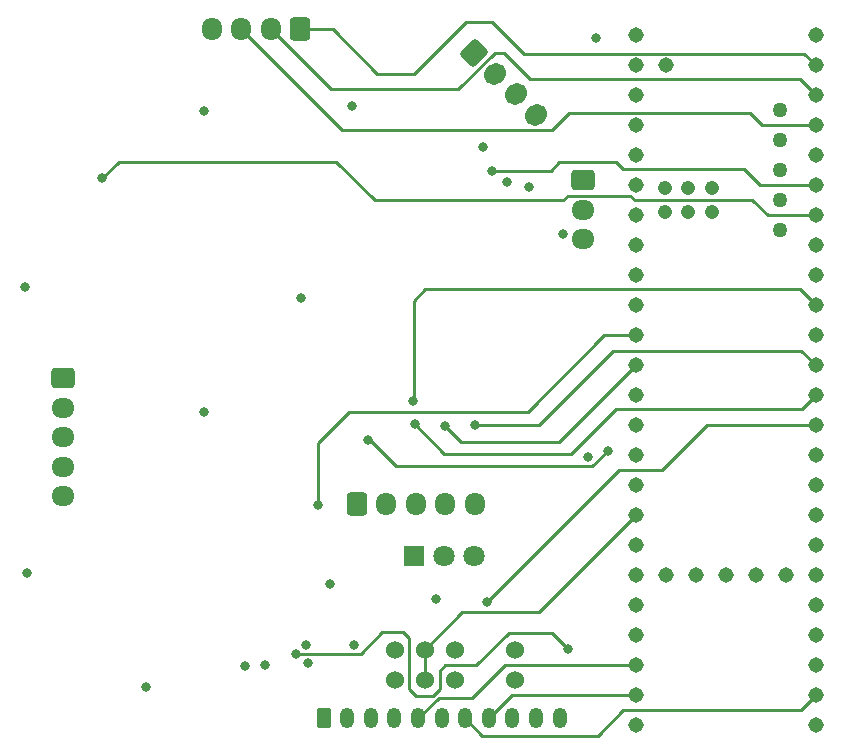
<source format=gbr>
%TF.GenerationSoftware,KiCad,Pcbnew,(5.99.0-12548-gc9aebb8529)*%
%TF.CreationDate,2021-09-28T22:04:13-04:00*%
%TF.ProjectId,TeensyWheel,5465656e-7379-4576-9865-656c2e6b6963,rev?*%
%TF.SameCoordinates,Original*%
%TF.FileFunction,Copper,L3,Inr*%
%TF.FilePolarity,Positive*%
%FSLAX46Y46*%
G04 Gerber Fmt 4.6, Leading zero omitted, Abs format (unit mm)*
G04 Created by KiCad (PCBNEW (5.99.0-12548-gc9aebb8529)) date 2021-09-28 22:04:13*
%MOMM*%
%LPD*%
G01*
G04 APERTURE LIST*
G04 Aperture macros list*
%AMRoundRect*
0 Rectangle with rounded corners*
0 $1 Rounding radius*
0 $2 $3 $4 $5 $6 $7 $8 $9 X,Y pos of 4 corners*
0 Add a 4 corners polygon primitive as box body*
4,1,4,$2,$3,$4,$5,$6,$7,$8,$9,$2,$3,0*
0 Add four circle primitives for the rounded corners*
1,1,$1+$1,$2,$3*
1,1,$1+$1,$4,$5*
1,1,$1+$1,$6,$7*
1,1,$1+$1,$8,$9*
0 Add four rect primitives between the rounded corners*
20,1,$1+$1,$2,$3,$4,$5,0*
20,1,$1+$1,$4,$5,$6,$7,0*
20,1,$1+$1,$6,$7,$8,$9,0*
20,1,$1+$1,$8,$9,$2,$3,0*%
%AMHorizOval*
0 Thick line with rounded ends*
0 $1 width*
0 $2 $3 position (X,Y) of the first rounded end (center of the circle)*
0 $4 $5 position (X,Y) of the second rounded end (center of the circle)*
0 Add line between two ends*
20,1,$1,$2,$3,$4,$5,0*
0 Add two circle primitives to create the rounded ends*
1,1,$1,$2,$3*
1,1,$1,$4,$5*%
G04 Aperture macros list end*
%TA.AperFunction,ComponentPad*%
%ADD10R,1.800000X1.800000*%
%TD*%
%TA.AperFunction,ComponentPad*%
%ADD11C,1.800000*%
%TD*%
%TA.AperFunction,ComponentPad*%
%ADD12C,1.524000*%
%TD*%
%TA.AperFunction,ComponentPad*%
%ADD13RoundRect,0.250000X-0.600000X-0.725000X0.600000X-0.725000X0.600000X0.725000X-0.600000X0.725000X0*%
%TD*%
%TA.AperFunction,ComponentPad*%
%ADD14O,1.700000X1.950000*%
%TD*%
%TA.AperFunction,ComponentPad*%
%ADD15RoundRect,0.250000X-0.936916X-0.088388X-0.088388X-0.936916X0.936916X0.088388X0.088388X0.936916X0*%
%TD*%
%TA.AperFunction,ComponentPad*%
%ADD16HorizOval,1.700000X-0.088388X-0.088388X0.088388X0.088388X0*%
%TD*%
%TA.AperFunction,ComponentPad*%
%ADD17RoundRect,0.250000X-0.350000X-0.625000X0.350000X-0.625000X0.350000X0.625000X-0.350000X0.625000X0*%
%TD*%
%TA.AperFunction,ComponentPad*%
%ADD18O,1.200000X1.750000*%
%TD*%
%TA.AperFunction,ComponentPad*%
%ADD19RoundRect,0.250000X0.600000X0.725000X-0.600000X0.725000X-0.600000X-0.725000X0.600000X-0.725000X0*%
%TD*%
%TA.AperFunction,ComponentPad*%
%ADD20C,1.308000*%
%TD*%
%TA.AperFunction,ComponentPad*%
%ADD21C,1.258000*%
%TD*%
%TA.AperFunction,ComponentPad*%
%ADD22C,1.208000*%
%TD*%
%TA.AperFunction,ComponentPad*%
%ADD23RoundRect,0.250000X-0.725000X0.600000X-0.725000X-0.600000X0.725000X-0.600000X0.725000X0.600000X0*%
%TD*%
%TA.AperFunction,ComponentPad*%
%ADD24O,1.950000X1.700000*%
%TD*%
%TA.AperFunction,ViaPad*%
%ADD25C,0.800000*%
%TD*%
%TA.AperFunction,Conductor*%
%ADD26C,0.250000*%
%TD*%
G04 APERTURE END LIST*
D10*
%TO.N,Net-(D1-Pad1)*%
%TO.C,D1*%
X84930000Y-145220000D03*
D11*
%TO.N,+3V3*%
X87470000Y-145220000D03*
%TO.N,Net-(D1-Pad3)*%
X90010000Y-145220000D03*
%TD*%
D12*
%TO.N,/SENSE_LOW*%
%TO.C,SW5*%
X83290000Y-155710000D03*
%TO.N,/SENSE_MED*%
X85830000Y-155710000D03*
%TO.N,GND*%
X88370000Y-155710000D03*
%TO.N,/SENSE_HIGH*%
X93450000Y-155710000D03*
%TO.N,/SENSE_LOW*%
X83290000Y-153170000D03*
%TO.N,/SENSE_MED*%
X85830000Y-153170000D03*
%TO.N,GND*%
X88370000Y-153170000D03*
%TO.N,/SENSE_HIGH*%
X93450000Y-153170000D03*
%TD*%
D13*
%TO.N,+3V3*%
%TO.C,J5*%
X80080000Y-140820000D03*
D14*
%TO.N,Net-(J5-Pad2)*%
X82580000Y-140820000D03*
%TO.N,Net-(J5-Pad3)*%
X85080000Y-140820000D03*
%TO.N,Net-(J5-Pad4)*%
X87580000Y-140820000D03*
%TO.N,Net-(J5-Pad5)*%
X90080000Y-140820000D03*
%TD*%
D15*
%TO.N,/BRAKE*%
%TO.C,J2*%
X90006218Y-102570482D03*
D16*
%TO.N,+3.3VA*%
X91773985Y-104338249D03*
%TO.N,/ACCEL*%
X93541752Y-106106016D03*
%TO.N,GND*%
X95309519Y-107873783D03*
%TD*%
D17*
%TO.N,GND*%
%TO.C,J3*%
X77280000Y-158940000D03*
D18*
%TO.N,+5V*%
X79280000Y-158940000D03*
%TO.N,/VIB_1_T*%
X81280000Y-158940000D03*
%TO.N,/VIB_2_T*%
X83280000Y-158940000D03*
%TO.N,/PAD_R*%
X85280000Y-158940000D03*
%TO.N,/PAD_L*%
X87280000Y-158940000D03*
%TO.N,/BTN_3*%
X89280000Y-158940000D03*
%TO.N,/BTN_1*%
X91280000Y-158940000D03*
%TO.N,/BTN_2*%
X93280000Y-158940000D03*
%TO.N,/BTN_4*%
X95280000Y-158940000D03*
%TO.N,GND*%
X97280000Y-158940000D03*
%TD*%
D19*
%TO.N,/GEAR_DOWN*%
%TO.C,J6*%
X75330000Y-100600000D03*
D14*
%TO.N,/GEAR_UP*%
X72830000Y-100600000D03*
%TO.N,/GEAR_REV*%
X70330000Y-100600000D03*
%TO.N,GND*%
X67830000Y-100600000D03*
%TD*%
D20*
%TO.N,/GEAR_DOWN*%
%TO.C,U1*%
X118970000Y-103630000D03*
%TO.N,/GEAR_UP*%
X118970000Y-106170000D03*
%TO.N,/GEAR_REV*%
X118970000Y-108710000D03*
%TO.N,/BTN_12*%
X118970000Y-111250000D03*
%TO.N,+3V3*%
X118970000Y-136650000D03*
X103730000Y-106170000D03*
X113890000Y-146810000D03*
%TO.N,/BTN_8*%
X118970000Y-113790000D03*
%TO.N,/BTN_7*%
X118970000Y-116330000D03*
D21*
%TO.N,/VUSB*%
X115920000Y-107440000D03*
D20*
%TO.N,/BTN_6*%
X118970000Y-118870000D03*
%TO.N,/DP_UP*%
X118970000Y-121410000D03*
%TO.N,/DP_RIGHT*%
X118970000Y-123950000D03*
%TO.N,/BTN_MODE*%
X118970000Y-126490000D03*
%TO.N,/LED1*%
X118970000Y-129030000D03*
%TO.N,/LED3*%
X118970000Y-131570000D03*
%TO.N,/LEDG*%
X118970000Y-134110000D03*
%TO.N,/BTN_9*%
X103730000Y-134110000D03*
%TO.N,/LED4*%
X103730000Y-131570000D03*
%TO.N,/LED2*%
X103730000Y-129030000D03*
%TO.N,/DP_DOWN*%
X103730000Y-126490000D03*
%TO.N,/DP_LEFT*%
X103730000Y-123950000D03*
%TO.N,unconnected-(U1-Pad18)*%
X103730000Y-121410000D03*
%TO.N,/BTN_5*%
X103730000Y-118870000D03*
%TO.N,/WHEEL*%
X103730000Y-116330000D03*
%TO.N,/BTN_11*%
X103730000Y-113790000D03*
%TO.N,/ACCEL*%
X103730000Y-111250000D03*
%TO.N,/BRAKE*%
X103730000Y-108710000D03*
%TO.N,/SENSE_LOW*%
X118970000Y-139190000D03*
%TO.N,/SENSE_HIGH*%
X118970000Y-141730000D03*
%TO.N,unconnected-(U1-Pad26)*%
X118970000Y-144270000D03*
%TO.N,unconnected-(U1-Pad27)*%
X118970000Y-146810000D03*
%TO.N,unconnected-(U1-Pad28)*%
X118970000Y-149350000D03*
%TO.N,unconnected-(U1-Pad29)*%
X118970000Y-151890000D03*
%TO.N,/PAD_L*%
X118970000Y-154430000D03*
%TO.N,/BTN_3*%
X118970000Y-156970000D03*
%TO.N,/BTN_2*%
X118970000Y-159510000D03*
%TO.N,/BTN_4*%
X103730000Y-159510000D03*
%TO.N,/BTN_1*%
X103730000Y-156970000D03*
%TO.N,/PAD_R*%
X103730000Y-154430000D03*
%TO.N,/VIB_2*%
X103730000Y-151890000D03*
%TO.N,/VIB_1*%
X103730000Y-149350000D03*
%TO.N,unconnected-(U1-Pad38)*%
X103730000Y-146810000D03*
%TO.N,/BTN_10*%
X103730000Y-144270000D03*
%TO.N,/SENSE_MED*%
X103730000Y-141730000D03*
%TO.N,/LEDR*%
X103730000Y-139190000D03*
D21*
%TO.N,/USB_DP*%
X115920000Y-112520000D03*
%TO.N,/USB_DN*%
X115920000Y-109980000D03*
D20*
%TO.N,GND*%
X118970000Y-101090000D03*
X103730000Y-136650000D03*
X103730000Y-103630000D03*
X111350000Y-146810000D03*
D22*
X108180000Y-116060000D03*
%TO.N,unconnected-(U1-PadLED)*%
X108180000Y-114060000D03*
D20*
%TO.N,unconnected-(U1-PadON/OFF)*%
X106270000Y-146810000D03*
%TO.N,unconnected-(U1-PadPROGRAM)*%
X108810000Y-146810000D03*
D22*
%TO.N,unconnected-(U1-PadR+)*%
X106180000Y-114060000D03*
%TO.N,N/C*%
X106180000Y-116060000D03*
%TO.N,unconnected-(U1-PadT+)*%
X110180000Y-116060000D03*
%TO.N,N/C*%
X110180000Y-114060000D03*
D21*
%TO.N,GND*%
X115920000Y-115060000D03*
X115920000Y-117600000D03*
D20*
%TO.N,unconnected-(U1-PadVBAT)*%
X116430000Y-146810000D03*
%TO.N,+5V*%
X103730000Y-101090000D03*
%TO.N,unconnected-(U1-PadVUSB)*%
X106270000Y-103630000D03*
%TD*%
D23*
%TO.N,+3.3VA*%
%TO.C,J1*%
X99250000Y-113390000D03*
D24*
%TO.N,/WHEEL*%
X99250000Y-115890000D03*
%TO.N,GND*%
X99250000Y-118390000D03*
%TD*%
D23*
%TO.N,/VUSB*%
%TO.C,J4*%
X55220000Y-130130000D03*
D24*
%TO.N,/USB_DN*%
X55220000Y-132630000D03*
%TO.N,/USB_DP*%
X55220000Y-135130000D03*
%TO.N,GND*%
X55220000Y-137630000D03*
X55220000Y-140130000D03*
%TD*%
D25*
%TO.N,GND*%
X100330000Y-101330000D03*
X90791687Y-110586193D03*
X70640000Y-154477500D03*
X94700000Y-113910000D03*
X75943679Y-154208014D03*
X92817252Y-113504754D03*
X77850000Y-147600000D03*
X79894976Y-152755500D03*
X72320000Y-154457500D03*
%TO.N,/VIB_1_T*%
X75768464Y-152755500D03*
%TO.N,/LED4*%
X81082500Y-135377500D03*
X101370000Y-136270000D03*
%TO.N,/LED3*%
X85010000Y-134040000D03*
%TO.N,/LED2*%
X87570000Y-134160000D03*
%TO.N,/LED1*%
X90090000Y-134070000D03*
%TO.N,/LEDR*%
X86843553Y-148818955D03*
%TO.N,/LEDG*%
X91120000Y-149080000D03*
%TO.N,Net-(R8-Pad2)*%
X97980000Y-153060000D03*
X74920000Y-153480000D03*
%TO.N,/DP_UP*%
X75400000Y-123360000D03*
%TO.N,/DP_DOWN*%
X76810000Y-140910000D03*
%TO.N,/DP_LEFT*%
X67160000Y-132990000D03*
%TO.N,/DP_RIGHT*%
X84890000Y-132029500D03*
%TO.N,/BTN_5*%
X51990000Y-122400000D03*
%TO.N,/BTN_6*%
X97520000Y-117930000D03*
%TO.N,/BTN_7*%
X58544489Y-113220000D03*
%TO.N,/BTN_8*%
X91530000Y-112600000D03*
%TO.N,/BTN_9*%
X52150000Y-146670000D03*
%TO.N,/BTN_10*%
X62280000Y-156260000D03*
%TO.N,/BTN_11*%
X67160489Y-107535511D03*
%TO.N,/BTN_12*%
X79700000Y-107100000D03*
%TO.N,/BTN_MODE*%
X99640000Y-136790000D03*
%TD*%
D26*
%TO.N,/DP_RIGHT*%
X85900000Y-122620000D02*
X84940000Y-123580000D01*
X117640000Y-122620000D02*
X85900000Y-122620000D01*
X84940000Y-123580000D02*
X84940000Y-131979500D01*
X84940000Y-131979500D02*
X84890000Y-132029500D01*
X118970000Y-123950000D02*
X117640000Y-122620000D01*
%TO.N,/PAD_R*%
X87050000Y-157170000D02*
X89890000Y-157170000D01*
X85280000Y-158940000D02*
X87050000Y-157170000D01*
X92630000Y-154430000D02*
X103730000Y-154430000D01*
X89890000Y-157170000D02*
X92630000Y-154430000D01*
%TO.N,/BTN_3*%
X89280000Y-158940000D02*
X90730000Y-160390000D01*
X100480000Y-160390000D02*
X102600000Y-158270000D01*
X117670000Y-158270000D02*
X118970000Y-156970000D01*
X102600000Y-158270000D02*
X117670000Y-158270000D01*
X90730000Y-160390000D02*
X100480000Y-160390000D01*
%TO.N,/BTN_1*%
X91280000Y-158940000D02*
X93250000Y-156970000D01*
X93250000Y-156970000D02*
X103730000Y-156970000D01*
%TO.N,/GEAR_DOWN*%
X75330000Y-100600000D02*
X78070000Y-100600000D01*
X91540000Y-99940000D02*
X94251489Y-102651489D01*
X78070000Y-100600000D02*
X81820000Y-104350000D01*
X84920000Y-104350000D02*
X89330000Y-99940000D01*
X117991489Y-102651489D02*
X118970000Y-103630000D01*
X81820000Y-104350000D02*
X84920000Y-104350000D01*
X89330000Y-99940000D02*
X91540000Y-99940000D01*
X94251489Y-102651489D02*
X117991489Y-102651489D01*
%TO.N,/GEAR_UP*%
X94752346Y-104843108D02*
X117643108Y-104843108D01*
X72830000Y-100600000D02*
X77900000Y-105670000D01*
X88700000Y-105670000D02*
X91760000Y-102610000D01*
X117643108Y-104843108D02*
X118970000Y-106170000D01*
X91760000Y-102610000D02*
X92519238Y-102610000D01*
X92519238Y-102610000D02*
X94752346Y-104843108D01*
X77900000Y-105670000D02*
X88700000Y-105670000D01*
%TO.N,/GEAR_REV*%
X96603309Y-109136691D02*
X98100000Y-107640000D01*
X98100000Y-107640000D02*
X113350000Y-107640000D01*
X70330000Y-100600000D02*
X78866691Y-109136691D01*
X78866691Y-109136691D02*
X96603309Y-109136691D01*
X114420000Y-108710000D02*
X118970000Y-108710000D01*
X113350000Y-107640000D02*
X114420000Y-108710000D01*
%TO.N,/LED4*%
X81177500Y-135377500D02*
X83410000Y-137610000D01*
X83410000Y-137610000D02*
X100030000Y-137610000D01*
X100030000Y-137610000D02*
X101370000Y-136270000D01*
X81082500Y-135377500D02*
X81177500Y-135377500D01*
%TO.N,/LED3*%
X87510000Y-136540000D02*
X98260000Y-136540000D01*
X85010000Y-134040000D02*
X87510000Y-136540000D01*
X117800000Y-132740000D02*
X118970000Y-131570000D01*
X98260000Y-136540000D02*
X102060000Y-132740000D01*
X102060000Y-132740000D02*
X117800000Y-132740000D01*
%TO.N,/LED2*%
X87570000Y-134160000D02*
X88930000Y-135520000D01*
X88930000Y-135520000D02*
X97240000Y-135520000D01*
X97240000Y-135520000D02*
X103730000Y-129030000D01*
%TO.N,/LED1*%
X101800000Y-127800000D02*
X117740000Y-127800000D01*
X90090000Y-134070000D02*
X95530000Y-134070000D01*
X117740000Y-127800000D02*
X118970000Y-129030000D01*
X95530000Y-134070000D02*
X101800000Y-127800000D01*
%TO.N,/LEDG*%
X102310000Y-137890000D02*
X105980000Y-137890000D01*
X105980000Y-137890000D02*
X109760000Y-134110000D01*
X109760000Y-134110000D02*
X118970000Y-134110000D01*
X91120000Y-149080000D02*
X102310000Y-137890000D01*
%TO.N,Net-(R8-Pad2)*%
X80450000Y-153480000D02*
X82270000Y-151660000D01*
X87590000Y-154450000D02*
X90190000Y-154450000D01*
X83990000Y-151660000D02*
X84490000Y-152160000D01*
X87140000Y-154900000D02*
X87590000Y-154450000D01*
X86530000Y-157020000D02*
X87140000Y-156410000D01*
X84490000Y-152160000D02*
X84490000Y-156420000D01*
X92960000Y-151680000D02*
X96600000Y-151680000D01*
X84490000Y-156420000D02*
X85090000Y-157020000D01*
X90190000Y-154450000D02*
X92960000Y-151680000D01*
X85090000Y-157020000D02*
X86530000Y-157020000D01*
X82270000Y-151660000D02*
X83990000Y-151660000D01*
X87140000Y-156410000D02*
X87140000Y-154900000D01*
X74920000Y-153480000D02*
X80450000Y-153480000D01*
X96600000Y-151680000D02*
X97980000Y-153060000D01*
%TO.N,/DP_DOWN*%
X76810000Y-140910000D02*
X76810000Y-135590000D01*
X76810000Y-135590000D02*
X79430000Y-132970000D01*
X94560000Y-132970000D02*
X101040000Y-126490000D01*
X79430000Y-132970000D02*
X94560000Y-132970000D01*
X101040000Y-126490000D02*
X103730000Y-126490000D01*
%TO.N,/SENSE_MED*%
X89030000Y-149970000D02*
X95490000Y-149970000D01*
X85830000Y-153170000D02*
X89030000Y-149970000D01*
X95490000Y-149970000D02*
X103730000Y-141730000D01*
X85830000Y-153170000D02*
X85830000Y-155710000D01*
%TO.N,/BTN_7*%
X97560000Y-115090000D02*
X81640000Y-115090000D01*
X59944489Y-111820000D02*
X58544489Y-113220000D01*
X114880000Y-116330000D02*
X113590000Y-115040000D01*
X103620000Y-115040000D02*
X103270000Y-114690000D01*
X103270000Y-114690000D02*
X97960000Y-114690000D01*
X81640000Y-115090000D02*
X78370000Y-111820000D01*
X118970000Y-116330000D02*
X114880000Y-116330000D01*
X97960000Y-114690000D02*
X97560000Y-115090000D01*
X78370000Y-111820000D02*
X59944489Y-111820000D01*
X113590000Y-115040000D02*
X103620000Y-115040000D01*
%TO.N,/BTN_8*%
X96555500Y-112564500D02*
X91565500Y-112564500D01*
X102650000Y-112450000D02*
X102070000Y-111870000D01*
X97250000Y-111870000D02*
X96555500Y-112564500D01*
X91565500Y-112564500D02*
X91530000Y-112600000D01*
X114210000Y-113790000D02*
X112870000Y-112450000D01*
X118970000Y-113790000D02*
X114210000Y-113790000D01*
X102070000Y-111870000D02*
X97250000Y-111870000D01*
X112870000Y-112450000D02*
X102650000Y-112450000D01*
%TD*%
M02*

</source>
